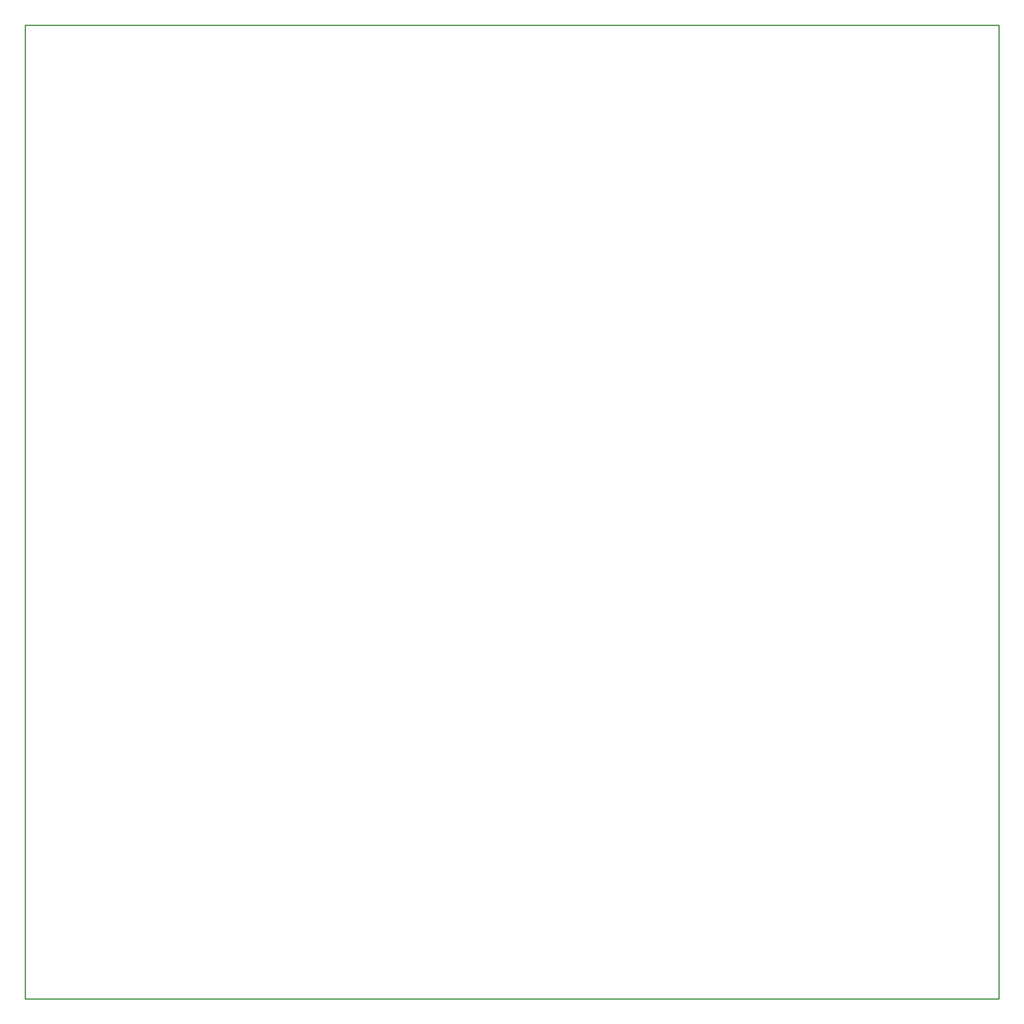
<source format=gko>
G04*
G04 #@! TF.GenerationSoftware,Altium Limited,Altium Designer,18.0.7 (293)*
G04*
G04 Layer_Color=16711935*
%FSLAX44Y44*%
%MOMM*%
G71*
G01*
G75*
%ADD11C,0.2540*%
D11*
X2000250D01*
Y2000250D01*
X0D02*
X2000250D01*
X0Y0D02*
Y2000250D01*
M02*

</source>
